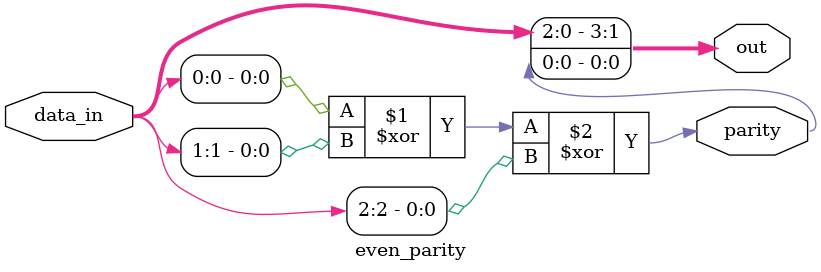
<source format=v>
module even_parity(out, parity, data_in);
input [2:0]data_in;
output parity;
output [3:0]out;

assign parity = data_in[0] ^ data_in[1] ^ data_in[2];
assign out = {data_in,parity};

endmodule

</source>
